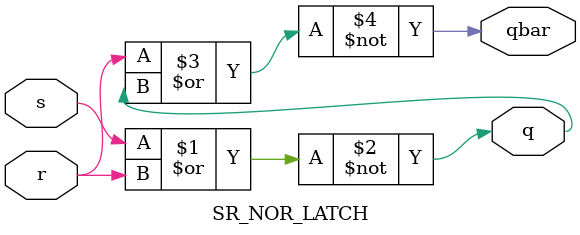
<source format=v>
`timescale 1ns / 1ps

module SR_NOR_LATCH(output q,qbar, input s,r );

    nor (q,s,r);

    nor(qbar,r,q);
    
endmodule

</source>
